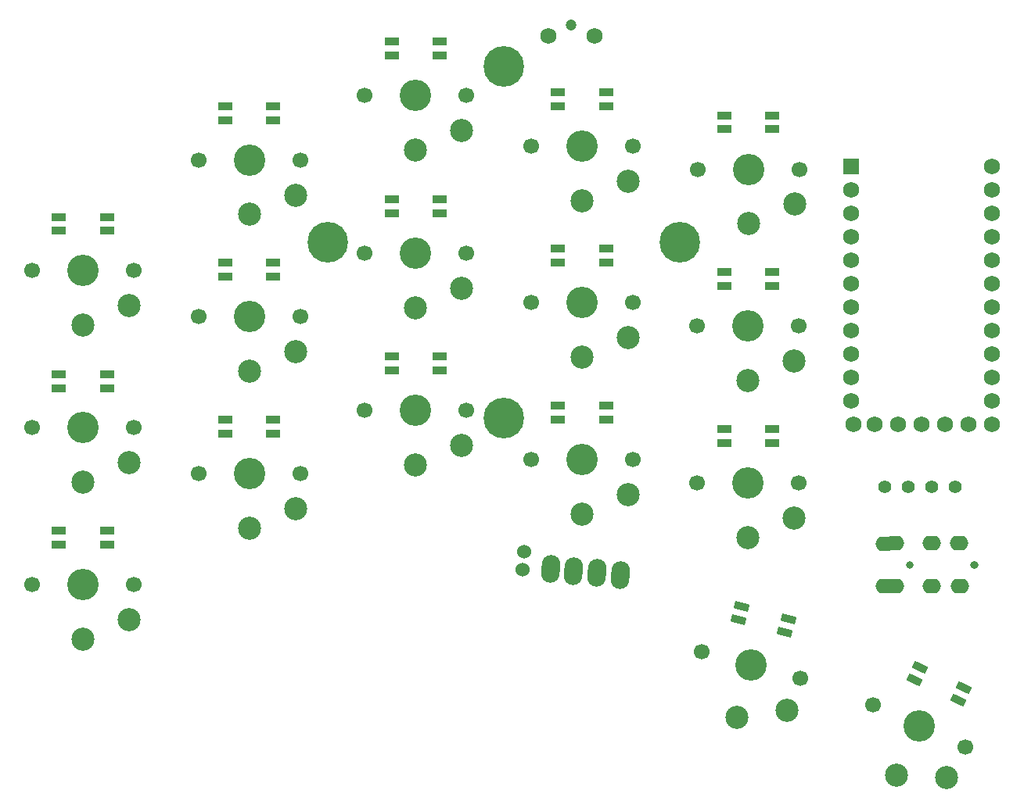
<source format=gbr>
%TF.GenerationSoftware,KiCad,Pcbnew,(6.0.0)*%
%TF.CreationDate,2022-05-06T00:59:20-07:00*%
%TF.ProjectId,half-swept,68616c66-2d73-4776-9570-742e6b696361,rev?*%
%TF.SameCoordinates,Original*%
%TF.FileFunction,Soldermask,Top*%
%TF.FilePolarity,Negative*%
%FSLAX46Y46*%
G04 Gerber Fmt 4.6, Leading zero omitted, Abs format (unit mm)*
G04 Created by KiCad (PCBNEW (6.0.0)) date 2022-05-06 00:59:20*
%MOMM*%
%LPD*%
G01*
G04 APERTURE LIST*
G04 Aperture macros list*
%AMRoundRect*
0 Rectangle with rounded corners*
0 $1 Rounding radius*
0 $2 $3 $4 $5 $6 $7 $8 $9 X,Y pos of 4 corners*
0 Add a 4 corners polygon primitive as box body*
4,1,4,$2,$3,$4,$5,$6,$7,$8,$9,$2,$3,0*
0 Add four circle primitives for the rounded corners*
1,1,$1+$1,$2,$3*
1,1,$1+$1,$4,$5*
1,1,$1+$1,$6,$7*
1,1,$1+$1,$8,$9*
0 Add four rect primitives between the rounded corners*
20,1,$1+$1,$2,$3,$4,$5,0*
20,1,$1+$1,$4,$5,$6,$7,0*
20,1,$1+$1,$6,$7,$8,$9,0*
20,1,$1+$1,$8,$9,$2,$3,0*%
%AMHorizOval*
0 Thick line with rounded ends*
0 $1 width*
0 $2 $3 position (X,Y) of the first rounded end (center of the circle)*
0 $4 $5 position (X,Y) of the second rounded end (center of the circle)*
0 Add line between two ends*
20,1,$1,$2,$3,$4,$5,0*
0 Add two circle primitives to create the rounded ends*
1,1,$1,$2,$3*
1,1,$1,$4,$5*%
G04 Aperture macros list end*
%ADD10O,2.000000X1.600000*%
%ADD11C,0.800000*%
%ADD12C,1.750000*%
%ADD13C,1.200000*%
%ADD14C,2.500000*%
%ADD15C,1.700000*%
%ADD16C,3.400000*%
%ADD17C,4.400000*%
%ADD18C,1.752600*%
%ADD19R,1.752600X1.752600*%
%ADD20RoundRect,0.082000X-0.718000X0.328000X-0.718000X-0.328000X0.718000X-0.328000X0.718000X0.328000X0*%
%ADD21HorizOval,1.524000X0.000000X0.000000X0.000000X0.000000X0*%
%ADD22C,1.524000*%
%ADD23HorizOval,2.000000X0.043578X0.498097X-0.043578X-0.498097X0*%
%ADD24RoundRect,0.082000X-0.608642X0.502656X-0.778427X-0.130992X0.608642X-0.502656X0.778427X0.130992X0*%
%ADD25C,1.397000*%
%ADD26RoundRect,0.082000X-0.512110X0.600709X-0.789348X0.006171X0.512110X-0.600709X0.789348X-0.006171X0*%
G04 APERTURE END LIST*
D10*
%TO.C,J2*%
X117187658Y-75249388D03*
X114187658Y-75249388D03*
X110187658Y-75249388D03*
X109087658Y-70649388D03*
D11*
X118787658Y-72949388D03*
X111787658Y-72949388D03*
%TD*%
D12*
%TO.C,RSW1*%
X77644655Y-15641890D03*
X72644655Y-15641890D03*
D13*
X75144655Y-14431890D03*
%TD*%
D14*
%TO.C,SW2*%
X27319655Y-44879388D03*
X22319655Y-46979388D03*
D15*
X27819655Y-41079388D03*
D16*
X22319655Y-41079388D03*
D15*
X16819655Y-41079388D03*
%TD*%
D14*
%TO.C,SW3*%
X45319658Y-32879387D03*
X40319658Y-34979387D03*
D15*
X34819658Y-29079387D03*
X45819658Y-29079387D03*
D16*
X40319658Y-29079387D03*
%TD*%
D14*
%TO.C,SW4*%
X63319655Y-25879388D03*
X58319655Y-27979388D03*
D16*
X58319655Y-22079388D03*
D15*
X52819655Y-22079388D03*
X63819655Y-22079388D03*
%TD*%
D14*
%TO.C,SW5*%
X81319655Y-31379387D03*
X76319655Y-33479387D03*
D16*
X76319655Y-27579387D03*
D15*
X81819655Y-27579387D03*
X70819655Y-27579387D03*
%TD*%
D14*
%TO.C,SW6*%
X99319655Y-33879388D03*
X94319655Y-35979388D03*
D15*
X88819655Y-30079388D03*
X99819655Y-30079388D03*
D16*
X94319655Y-30079388D03*
%TD*%
D14*
%TO.C,SW8*%
X27319656Y-61879388D03*
X22319656Y-63979388D03*
D16*
X22319656Y-58079388D03*
D15*
X27819656Y-58079388D03*
X16819656Y-58079388D03*
%TD*%
D14*
%TO.C,SW9*%
X45319656Y-49853388D03*
X40319656Y-51953388D03*
D16*
X40319656Y-46053388D03*
D15*
X34819656Y-46053388D03*
X45819656Y-46053388D03*
%TD*%
D14*
%TO.C,SW10*%
X63319658Y-42995387D03*
X58319658Y-45095387D03*
D15*
X52819658Y-39195387D03*
D16*
X58319658Y-39195387D03*
D15*
X63819658Y-39195387D03*
%TD*%
D14*
%TO.C,SW11*%
X81319658Y-48329390D03*
X76319658Y-50429390D03*
D15*
X70819658Y-44529390D03*
D16*
X76319658Y-44529390D03*
D15*
X81819658Y-44529390D03*
%TD*%
D14*
%TO.C,SW12*%
X99299655Y-50869388D03*
X94299655Y-52969388D03*
D15*
X88799655Y-47069388D03*
D16*
X94299655Y-47069388D03*
D15*
X99799655Y-47069388D03*
%TD*%
D14*
%TO.C,SW14*%
X27319656Y-78879388D03*
X22319656Y-80979388D03*
D15*
X16819656Y-75079388D03*
X27819656Y-75079388D03*
D16*
X22319656Y-75079388D03*
%TD*%
D14*
%TO.C,SW15*%
X45319655Y-66871386D03*
X40319655Y-68971386D03*
D15*
X45819655Y-63071386D03*
X34819655Y-63071386D03*
D16*
X40319655Y-63071386D03*
%TD*%
D14*
%TO.C,SW16*%
X63319654Y-60013387D03*
X58319654Y-62113387D03*
D15*
X63819654Y-56213387D03*
X52819654Y-56213387D03*
D16*
X58319654Y-56213387D03*
%TD*%
D14*
%TO.C,SW17*%
X81319656Y-65347389D03*
X76319656Y-67447389D03*
D15*
X81819656Y-61547389D03*
X70819656Y-61547389D03*
D16*
X76319656Y-61547389D03*
%TD*%
D14*
%TO.C,SW18*%
X99299658Y-67887388D03*
X94299658Y-69987388D03*
D16*
X94299658Y-64087388D03*
D15*
X88799658Y-64087388D03*
X99799658Y-64087388D03*
%TD*%
D14*
%TO.C,SW21*%
X115748260Y-95958610D03*
X110329222Y-95748765D03*
D15*
X117807363Y-92725949D03*
D16*
X112822670Y-90401549D03*
D15*
X107837977Y-88077149D03*
%TD*%
D17*
%TO.C,REF\u002A\u002A*%
X67819656Y-18929388D03*
X86869656Y-37979388D03*
X48769656Y-37979388D03*
X67819656Y-57029388D03*
%TD*%
D18*
%TO.C,U2*%
X118149655Y-57686138D03*
X115609655Y-57686138D03*
X113069655Y-57686138D03*
X110529655Y-57686138D03*
X107989655Y-57686138D03*
X120689655Y-29746138D03*
X120689655Y-32286138D03*
X120689655Y-34826138D03*
X120689655Y-37366138D03*
X120689655Y-39906138D03*
X120689655Y-42446138D03*
X120689655Y-44986138D03*
X120689655Y-47526138D03*
X120689655Y-50066138D03*
X120689655Y-52606138D03*
X120689655Y-55146138D03*
X120689655Y-57686138D03*
X105678255Y-57686138D03*
X105449655Y-55146138D03*
X105449655Y-52606138D03*
X105449655Y-50066138D03*
X105449655Y-47526138D03*
X105449655Y-44986138D03*
X105449655Y-42446138D03*
X105449655Y-39906138D03*
X105449655Y-37366138D03*
X105449655Y-34826138D03*
X105449655Y-32286138D03*
D19*
X105449655Y-29746138D03*
%TD*%
D14*
%TO.C,SW1*%
X98465771Y-88743999D03*
X93092622Y-89478348D03*
D16*
X94619654Y-83779386D03*
D15*
X99932246Y-85202891D03*
X89307062Y-82355881D03*
%TD*%
D20*
%TO.C,D34*%
X37719658Y-23249387D03*
X37719658Y-24749387D03*
X42919658Y-24749387D03*
X42919658Y-23249387D03*
%TD*%
%TO.C,D26*%
X55719654Y-50383387D03*
X55719654Y-51883387D03*
X60919654Y-51883387D03*
X60919654Y-50383387D03*
%TD*%
%TO.C,D31*%
X37719656Y-40223388D03*
X37719656Y-41723388D03*
X42919656Y-41723388D03*
X42919656Y-40223388D03*
%TD*%
%TO.C,D28*%
X37719655Y-57241386D03*
X37719655Y-58741386D03*
X42919655Y-58741386D03*
X42919655Y-57241386D03*
%TD*%
%TO.C,D32*%
X73719658Y-38699390D03*
X73719658Y-40199390D03*
X78919658Y-40199390D03*
X78919658Y-38699390D03*
%TD*%
%TO.C,D21*%
X91719655Y-24249388D03*
X91719655Y-25749388D03*
X96919655Y-25749388D03*
X96919655Y-24249388D03*
%TD*%
%TO.C,D19*%
X19719655Y-35249388D03*
X19719655Y-36749388D03*
X24919655Y-36749388D03*
X24919655Y-35249388D03*
%TD*%
%TO.C,D23*%
X55719658Y-33365387D03*
X55719658Y-34865387D03*
X60919658Y-34865387D03*
X60919658Y-33365387D03*
%TD*%
%TO.C,D22*%
X19719653Y-52299388D03*
X19719653Y-53799388D03*
X24919653Y-53799388D03*
X24919653Y-52299388D03*
%TD*%
D21*
%TO.C,SW13*%
X69876721Y-73482544D03*
D22*
X70051033Y-71490154D03*
D23*
X80486814Y-74059470D03*
X77956479Y-73838094D03*
X75426145Y-73616718D03*
X72895810Y-73395343D03*
%TD*%
D20*
%TO.C,D35*%
X73719655Y-21749387D03*
X73719655Y-23249387D03*
X78919655Y-23249387D03*
X78919655Y-21749387D03*
%TD*%
%TO.C,D25*%
X19719656Y-69249388D03*
X19719656Y-70749388D03*
X24919656Y-70749388D03*
X24919656Y-69249388D03*
%TD*%
%TO.C,D24*%
X91699655Y-41239388D03*
X91699655Y-42739388D03*
X96899655Y-42739388D03*
X96899655Y-41239388D03*
%TD*%
D24*
%TO.C,D30*%
X93617162Y-77475109D03*
X93228933Y-78923998D03*
X98251748Y-80269857D03*
X98639976Y-78820968D03*
%TD*%
D20*
%TO.C,D29*%
X73719656Y-55717389D03*
X73719656Y-57217389D03*
X78919656Y-57217389D03*
X78919656Y-55717389D03*
%TD*%
D10*
%TO.C,J1*%
X117169657Y-70629388D03*
X114169657Y-70629388D03*
X110169657Y-70629388D03*
X109069657Y-75229388D03*
D11*
X111769657Y-72929388D03*
X118769657Y-72929388D03*
%TD*%
D25*
%TO.C,OL2*%
X109059657Y-64479386D03*
X111599657Y-64479386D03*
X114139657Y-64479386D03*
X116679657Y-64479386D03*
%TD*%
D26*
%TO.C,D33*%
X112930134Y-84018967D03*
X112296207Y-85378429D03*
X117009007Y-87576044D03*
X117642935Y-86216582D03*
%TD*%
D20*
%TO.C,D20*%
X55719655Y-16249388D03*
X55719655Y-17749388D03*
X60919655Y-17749388D03*
X60919655Y-16249388D03*
%TD*%
%TO.C,D27*%
X91699658Y-58257388D03*
X91699658Y-59757388D03*
X96899658Y-59757388D03*
X96899658Y-58257388D03*
%TD*%
M02*

</source>
